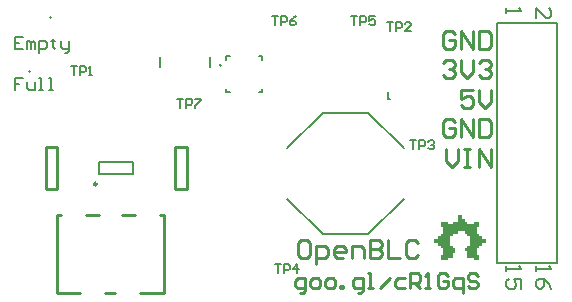
<source format=gto>
%FSLAX25Y25*%
%MOIN*%
G70*
G01*
G75*
G04 Layer_Color=65535*
%ADD10R,0.02165X0.03740*%
%ADD11R,0.04400X0.05700*%
%ADD12R,0.06890X0.05709*%
%ADD13O,0.02953X0.01181*%
%ADD14R,0.05700X0.04400*%
%ADD15R,0.03937X0.02756*%
%ADD16R,0.02600X0.03800*%
%ADD17R,0.05709X0.05709*%
%ADD18R,0.00984X0.01969*%
%ADD19R,0.01181X0.01969*%
%ADD20R,0.01969X0.00984*%
%ADD21R,0.01969X0.01181*%
%ADD22R,0.08465X0.06299*%
%ADD23O,0.00945X0.02362*%
%ADD24R,0.02200X0.02400*%
%ADD25R,0.17700X0.07100*%
%ADD26R,0.07100X0.14200*%
%ADD27R,0.02400X0.02200*%
%ADD28R,0.05906X0.05906*%
%ADD29R,0.05906X0.04724*%
%ADD30C,0.00800*%
%ADD31C,0.00787*%
%ADD32C,0.01969*%
%ADD33C,0.01181*%
%ADD34C,0.03937*%
%ADD35C,0.02378*%
%ADD36C,0.05906*%
%ADD37R,0.05906X0.05906*%
%ADD38C,0.00984*%
%ADD39C,0.00394*%
%ADD40C,0.00600*%
%ADD41C,0.01000*%
G36*
X151148Y-72767D02*
Y-73567D01*
X151948D01*
Y-74367D01*
X152748D01*
Y-75167D01*
X155148D01*
Y-74367D01*
X156748D01*
Y-75167D01*
Y-75967D01*
X155948D01*
Y-76767D01*
Y-77567D01*
Y-78367D01*
X156748D01*
Y-79167D01*
X157548D01*
Y-79967D01*
X159148D01*
Y-80767D01*
Y-81567D01*
X157548D01*
Y-82367D01*
X156748D01*
Y-83167D01*
X155948D01*
Y-83967D01*
Y-84767D01*
Y-85567D01*
X156748D01*
Y-86367D01*
Y-87167D01*
X155148D01*
Y-86367D01*
X152748D01*
Y-85567D01*
Y-84767D01*
Y-83967D01*
X151948D01*
Y-83167D01*
X152748D01*
Y-82367D01*
X153548D01*
Y-81567D01*
Y-80767D01*
Y-79967D01*
Y-79167D01*
X152748D01*
Y-78367D01*
X151948D01*
Y-77567D01*
X149548D01*
Y-78367D01*
X147948D01*
Y-79167D01*
X147148D01*
Y-79967D01*
Y-80767D01*
Y-81567D01*
Y-82367D01*
X147948D01*
Y-83167D01*
X148748D01*
Y-83967D01*
Y-84767D01*
X147948D01*
Y-85567D01*
Y-86367D01*
X146348D01*
Y-87167D01*
X143948D01*
Y-86367D01*
Y-85567D01*
X144748D01*
Y-84767D01*
Y-83967D01*
Y-83167D01*
X143948D01*
Y-82367D01*
X143148D01*
Y-81567D01*
X141548D01*
Y-80767D01*
Y-79967D01*
X143148D01*
Y-79167D01*
X143948D01*
Y-78367D01*
X144748D01*
Y-77567D01*
Y-76767D01*
Y-75967D01*
X143948D01*
Y-75167D01*
Y-74367D01*
X146348D01*
Y-75167D01*
X147948D01*
Y-74367D01*
X149548D01*
Y-73567D01*
Y-72767D01*
Y-71967D01*
X151148D01*
Y-72767D01*
D02*
G37*
D30*
X175707Y-89179D02*
Y-90845D01*
Y-90012D01*
X180705D01*
X179872Y-89179D01*
X180705Y-96677D02*
X179872Y-95011D01*
X178206Y-93344D01*
X176540D01*
X175707Y-94178D01*
Y-95844D01*
X176540Y-96677D01*
X177373D01*
X178206Y-95844D01*
Y-93344D01*
X165707Y-89179D02*
Y-90845D01*
Y-90012D01*
X170705D01*
X169872Y-89179D01*
X170705Y-96677D02*
Y-93344D01*
X168206D01*
X169039Y-95011D01*
Y-95844D01*
X168206Y-96677D01*
X166540D01*
X165707Y-95844D01*
Y-94178D01*
X166540Y-93344D01*
X165707Y-3179D02*
Y-4845D01*
Y-4012D01*
X170705D01*
X169872Y-3179D01*
X175707Y-6511D02*
Y-3179D01*
X179039Y-6511D01*
X179872D01*
X180705Y-5678D01*
Y-4012D01*
X179872Y-3179D01*
X4634Y-12734D02*
X1969D01*
Y-16732D01*
X4634D01*
X1969Y-14733D02*
X3301D01*
X5967Y-16732D02*
Y-14066D01*
X6634D01*
X7300Y-14733D01*
Y-16732D01*
Y-14733D01*
X7967Y-14066D01*
X8633Y-14733D01*
Y-16732D01*
X9966Y-18065D02*
Y-14066D01*
X11965D01*
X12632Y-14733D01*
Y-16066D01*
X11965Y-16732D01*
X9966D01*
X14631Y-13400D02*
Y-14066D01*
X13965D01*
X15297D01*
X14631D01*
Y-16066D01*
X15297Y-16732D01*
X17297Y-14066D02*
Y-16066D01*
X17963Y-16732D01*
X19963D01*
Y-17399D01*
X19296Y-18065D01*
X18630D01*
X19963Y-16732D02*
Y-14066D01*
X4634Y-26513D02*
X1969D01*
Y-28512D01*
X3301D01*
X1969D01*
Y-30512D01*
X5967Y-27846D02*
Y-29845D01*
X6634Y-30512D01*
X8633D01*
Y-27846D01*
X9966Y-30512D02*
X11299D01*
X10632D01*
Y-26513D01*
X9966D01*
X13298Y-30512D02*
X14631D01*
X13965D01*
Y-26513D01*
X13298D01*
D31*
X30108Y-58455D02*
Y-54518D01*
X41526Y-58455D02*
Y-54518D01*
X30108Y-58455D02*
X41526D01*
X30108Y-54518D02*
X41526D01*
X126310Y-33297D02*
Y-31132D01*
Y-33297D02*
X126939D01*
X182707Y-88179D02*
Y-8179D01*
X162707Y-88179D02*
Y-8179D01*
X182707D01*
X162707Y-88179D02*
X182707D01*
D38*
X29321Y-61801D02*
G03*
X29321Y-61801I-492J0D01*
G01*
D39*
X66329Y-74990D02*
G03*
X66329Y-74990I-197J0D01*
G01*
D40*
X70799Y-22234D02*
G03*
X70799Y-22234I-300J0D01*
G01*
X72483Y-20334D02*
Y-19281D01*
X83242D02*
X84295D01*
Y-31092D02*
Y-30040D01*
X72483Y-31092D02*
X73536D01*
X72483Y-19281D02*
X73536D01*
X72483Y-31092D02*
Y-30040D01*
X83242Y-31092D02*
X84295D01*
Y-20334D02*
Y-19281D01*
X50254Y-22890D02*
Y-19610D01*
X67154Y-22890D02*
Y-19610D01*
X104725Y-78558D02*
X119725D01*
X92835Y-66668D02*
X104725Y-78558D01*
X92835Y-49848D02*
X104725Y-37958D01*
X119725D01*
X131615Y-49848D01*
X119725Y-78558D02*
X131615Y-66668D01*
X20669Y-22591D02*
X22669D01*
X21669D01*
Y-25591D01*
X23668D02*
Y-22591D01*
X25168D01*
X25668Y-23091D01*
Y-24091D01*
X25168Y-24591D01*
X23668D01*
X26667Y-25591D02*
X27667D01*
X27167D01*
Y-22591D01*
X26667Y-23091D01*
X56102Y-33418D02*
X58102D01*
X57102D01*
Y-36417D01*
X59101D02*
Y-33418D01*
X60601D01*
X61101Y-33918D01*
Y-34918D01*
X60601Y-35418D01*
X59101D01*
X62100Y-33418D02*
X64100D01*
Y-33918D01*
X62100Y-35917D01*
Y-36417D01*
X87598Y-5859D02*
X89598D01*
X88598D01*
Y-8858D01*
X90597D02*
Y-5859D01*
X92097D01*
X92597Y-6359D01*
Y-7359D01*
X92097Y-7859D01*
X90597D01*
X95596Y-5859D02*
X94596Y-6359D01*
X93597Y-7359D01*
Y-8358D01*
X94096Y-8858D01*
X95096D01*
X95596Y-8358D01*
Y-7859D01*
X95096Y-7359D01*
X93597D01*
X114173Y-5859D02*
X116173D01*
X115173D01*
Y-8858D01*
X117172D02*
Y-5859D01*
X118672D01*
X119172Y-6359D01*
Y-7359D01*
X118672Y-7859D01*
X117172D01*
X122171Y-5859D02*
X120171D01*
Y-7359D01*
X121171Y-6859D01*
X121671D01*
X122171Y-7359D01*
Y-8358D01*
X121671Y-8858D01*
X120671D01*
X120171Y-8358D01*
X125984Y-7828D02*
X127984D01*
X126984D01*
Y-10827D01*
X128983D02*
Y-7828D01*
X130483D01*
X130983Y-8328D01*
Y-9327D01*
X130483Y-9827D01*
X128983D01*
X133982Y-10827D02*
X131982D01*
X133982Y-8827D01*
Y-8328D01*
X133482Y-7828D01*
X132482D01*
X131982Y-8328D01*
X133858Y-47198D02*
X135858D01*
X134858D01*
Y-50197D01*
X136857D02*
Y-47198D01*
X138357D01*
X138857Y-47698D01*
Y-48697D01*
X138357Y-49197D01*
X136857D01*
X139856Y-47698D02*
X140356Y-47198D01*
X141356D01*
X141856Y-47698D01*
Y-48197D01*
X141356Y-48697D01*
X140856D01*
X141356D01*
X141856Y-49197D01*
Y-49697D01*
X141356Y-50197D01*
X140356D01*
X139856Y-49697D01*
X88583Y-88536D02*
X90582D01*
X89582D01*
Y-91535D01*
X91582D02*
Y-88536D01*
X93081D01*
X93581Y-89036D01*
Y-90036D01*
X93081Y-90536D01*
X91582D01*
X96080Y-91535D02*
Y-88536D01*
X94581Y-90036D01*
X96580D01*
D41*
X16132Y-63376D02*
Y-49597D01*
X12195D02*
X16132D01*
X12195Y-63376D02*
Y-49597D01*
Y-63376D02*
X16132D01*
X59439D02*
Y-49597D01*
X55502D02*
X59439D01*
X55502Y-63376D02*
Y-49597D01*
Y-63376D02*
X59439D01*
X6726Y-24053D02*
X6752Y-24028D01*
X13701Y-6268D02*
X13726Y-6242D01*
X16132Y-72234D02*
X17313D01*
X25581D02*
X29911D01*
X37785D02*
X42116D01*
X50384D02*
X51565D01*
Y-98219D02*
Y-72234D01*
X43691Y-98219D02*
X51565D01*
X31880D02*
X35423D01*
X16132D02*
X23612D01*
X16132D02*
Y-72234D01*
X144685Y-21576D02*
X145685Y-20577D01*
X147684D01*
X148684Y-21576D01*
Y-22576D01*
X147684Y-23576D01*
X146684D01*
X147684D01*
X148684Y-24576D01*
Y-25575D01*
X147684Y-26575D01*
X145685D01*
X144685Y-25575D01*
X150683Y-20577D02*
Y-24576D01*
X152682Y-26575D01*
X154682Y-24576D01*
Y-20577D01*
X156681Y-21576D02*
X157681Y-20577D01*
X159680D01*
X160680Y-21576D01*
Y-22576D01*
X159680Y-23576D01*
X158680D01*
X159680D01*
X160680Y-24576D01*
Y-25575D01*
X159680Y-26575D01*
X157681D01*
X156681Y-25575D01*
X148684Y-11734D02*
X147684Y-10734D01*
X145685D01*
X144685Y-11734D01*
Y-15733D01*
X145685Y-16732D01*
X147684D01*
X148684Y-15733D01*
Y-13733D01*
X146684D01*
X150683Y-16732D02*
Y-10734D01*
X154682Y-16732D01*
Y-10734D01*
X156681D02*
Y-16732D01*
X159680D01*
X160680Y-15733D01*
Y-11734D01*
X159680Y-10734D01*
X156681D01*
X148684Y-41262D02*
X147684Y-40262D01*
X145685D01*
X144685Y-41262D01*
Y-45260D01*
X145685Y-46260D01*
X147684D01*
X148684Y-45260D01*
Y-43261D01*
X146684D01*
X150683Y-46260D02*
Y-40262D01*
X154682Y-46260D01*
Y-40262D01*
X156681D02*
Y-46260D01*
X159680D01*
X160680Y-45260D01*
Y-41262D01*
X159680Y-40262D01*
X156681D01*
X154589Y-30419D02*
X150591D01*
Y-33418D01*
X152590Y-32419D01*
X153590D01*
X154589Y-33418D01*
Y-35418D01*
X153590Y-36417D01*
X151590D01*
X150591Y-35418D01*
X156589Y-30419D02*
Y-34418D01*
X158588Y-36417D01*
X160587Y-34418D01*
Y-30419D01*
X145669Y-50104D02*
Y-54103D01*
X147669Y-56102D01*
X149668Y-54103D01*
Y-50104D01*
X151667D02*
X153667D01*
X152667D01*
Y-56102D01*
X151667D01*
X153667D01*
X156666D02*
Y-50104D01*
X160664Y-56102D01*
Y-50104D01*
X99456Y-80616D02*
X97456D01*
X96457Y-81616D01*
Y-85615D01*
X97456Y-86614D01*
X99456D01*
X100455Y-85615D01*
Y-81616D01*
X99456Y-80616D01*
X102455Y-88613D02*
Y-82616D01*
X105454D01*
X106454Y-83615D01*
Y-85615D01*
X105454Y-86614D01*
X102455D01*
X111452D02*
X109452D01*
X108453Y-85615D01*
Y-83615D01*
X109452Y-82616D01*
X111452D01*
X112452Y-83615D01*
Y-84615D01*
X108453D01*
X114451Y-86614D02*
Y-82616D01*
X117450D01*
X118450Y-83615D01*
Y-86614D01*
X120449Y-80616D02*
Y-86614D01*
X123448D01*
X124448Y-85615D01*
Y-84615D01*
X123448Y-83615D01*
X120449D01*
X123448D01*
X124448Y-82616D01*
Y-81616D01*
X123448Y-80616D01*
X120449D01*
X126447D02*
Y-86614D01*
X130446D01*
X136444Y-81616D02*
X135444Y-80616D01*
X133445D01*
X132445Y-81616D01*
Y-85615D01*
X133445Y-86614D01*
X135444D01*
X136444Y-85615D01*
X97139Y-98123D02*
X97972D01*
X98805Y-97290D01*
Y-93124D01*
X96306D01*
X95472Y-93958D01*
Y-95624D01*
X96306Y-96457D01*
X98805D01*
X101304D02*
X102970D01*
X103803Y-95624D01*
Y-93958D01*
X102970Y-93124D01*
X101304D01*
X100471Y-93958D01*
Y-95624D01*
X101304Y-96457D01*
X106302D02*
X107968D01*
X108801Y-95624D01*
Y-93958D01*
X107968Y-93124D01*
X106302D01*
X105469Y-93958D01*
Y-95624D01*
X106302Y-96457D01*
X110468D02*
Y-95624D01*
X111301D01*
Y-96457D01*
X110468D01*
X116299Y-98123D02*
X117132D01*
X117965Y-97290D01*
Y-93124D01*
X115466D01*
X114633Y-93958D01*
Y-95624D01*
X115466Y-96457D01*
X117965D01*
X119631D02*
X121297D01*
X120464D01*
Y-91458D01*
X119631D01*
X123797Y-96457D02*
X127129Y-93124D01*
X132127D02*
X129628D01*
X128795Y-93958D01*
Y-95624D01*
X129628Y-96457D01*
X132127D01*
X133793D02*
Y-91458D01*
X136293D01*
X137126Y-92291D01*
Y-93958D01*
X136293Y-94791D01*
X133793D01*
X135459D02*
X137126Y-96457D01*
X138792D02*
X140458D01*
X139625D01*
Y-91458D01*
X138792Y-92291D01*
X146289D02*
X145456Y-91458D01*
X143790D01*
X142957Y-92291D01*
Y-95624D01*
X143790Y-96457D01*
X145456D01*
X146289Y-95624D01*
Y-93958D01*
X144623D01*
X151288Y-98123D02*
Y-93124D01*
X148788D01*
X147955Y-93958D01*
Y-95624D01*
X148788Y-96457D01*
X151288D01*
X156286Y-92291D02*
X155453Y-91458D01*
X153787D01*
X152954Y-92291D01*
Y-93124D01*
X153787Y-93958D01*
X155453D01*
X156286Y-94791D01*
Y-95624D01*
X155453Y-96457D01*
X153787D01*
X152954Y-95624D01*
M02*

</source>
